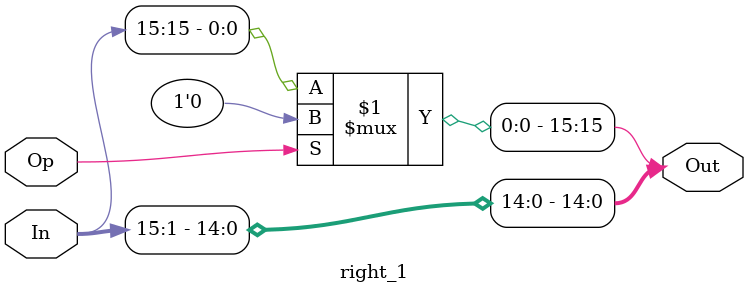
<source format=v>
/*
    shift right 1 bit
*/
module right_1 (In, Op, Out);
    parameter   N = 16;
    
    input [N-1:0]  In;
    input Op;
    output [N-1:0] Out;
    
    assign Out[15] = Op ? 1'b0 : In[15];
    assign Out[14:0] = In[15:1];
endmodule
</source>
